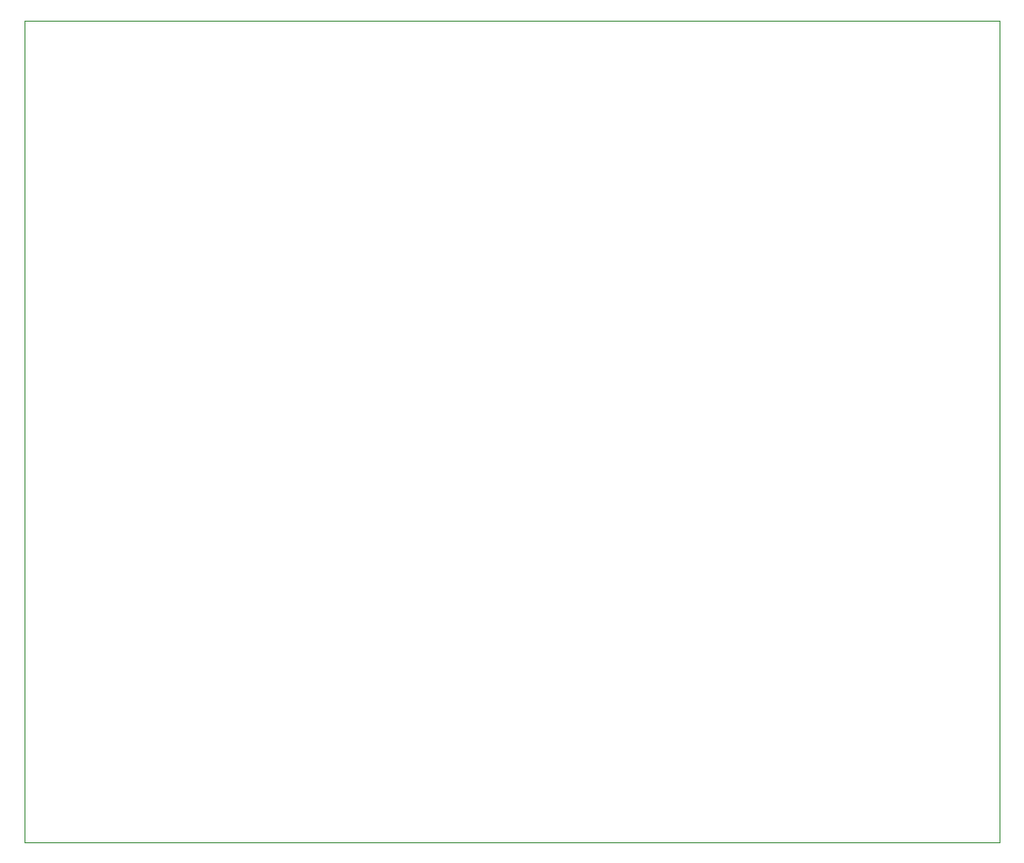
<source format=gbr>
G04 #@! TF.GenerationSoftware,KiCad,Pcbnew,(5.1.5)-3*
G04 #@! TF.CreationDate,2020-08-30T17:46:18+12:00*
G04 #@! TF.ProjectId,PocketTRS,506f636b-6574-4545-9253-2e6b69636164,rev?*
G04 #@! TF.SameCoordinates,Original*
G04 #@! TF.FileFunction,Legend,Bot*
G04 #@! TF.FilePolarity,Positive*
%FSLAX46Y46*%
G04 Gerber Fmt 4.6, Leading zero omitted, Abs format (unit mm)*
G04 Created by KiCad (PCBNEW (5.1.5)-3) date 2020-08-30 17:46:18*
%MOMM*%
%LPD*%
G04 APERTURE LIST*
%ADD10C,0.050000*%
G04 APERTURE END LIST*
D10*
X252730000Y-64770000D02*
X252730000Y-61976000D01*
X165100000Y-61976000D02*
X165100000Y-64770000D01*
X252730000Y-135890000D02*
X165100000Y-135890000D01*
X252730000Y-64770000D02*
X252730000Y-135890000D01*
X165100000Y-135890000D02*
X165100000Y-64770000D01*
X165100000Y-61976000D02*
X252730000Y-61976000D01*
M02*

</source>
